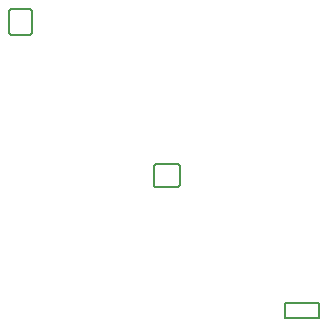
<source format=gbo>
G75*
G70*
%OFA0B0*%
%FSLAX24Y24*%
%IPPOS*%
%LPD*%
%AMOC8*
5,1,8,0,0,1.08239X$1,22.5*
%
%ADD10C,0.0060*%
D10*
X021467Y014330D02*
X021467Y014920D01*
X021466Y014920D02*
X021470Y014939D01*
X021476Y014956D01*
X021486Y014973D01*
X021498Y014987D01*
X021513Y014999D01*
X021529Y015009D01*
X021547Y015015D01*
X021566Y015019D01*
X021585Y015019D01*
X022215Y015019D01*
X022234Y015019D01*
X022253Y015015D01*
X022271Y015009D01*
X022287Y014999D01*
X022302Y014987D01*
X022314Y014973D01*
X022324Y014956D01*
X022330Y014939D01*
X022334Y014920D01*
X022333Y014920D02*
X022333Y014330D01*
X022334Y014329D02*
X022330Y014311D01*
X022324Y014293D01*
X022314Y014276D01*
X022302Y014262D01*
X022287Y014249D01*
X022271Y014240D01*
X022253Y014234D01*
X022234Y014230D01*
X022215Y014230D01*
X022215Y014231D02*
X021585Y014231D01*
X021566Y014231D01*
X021547Y014235D01*
X021529Y014241D01*
X021513Y014251D01*
X021498Y014263D01*
X021486Y014277D01*
X021476Y014294D01*
X021470Y014311D01*
X021466Y014330D01*
X025840Y010385D02*
X026960Y010385D01*
X026960Y009865D01*
X025840Y009865D01*
X025840Y010385D01*
X017320Y019317D02*
X016730Y019317D01*
X016729Y019316D02*
X016711Y019320D01*
X016693Y019326D01*
X016676Y019336D01*
X016662Y019348D01*
X016649Y019363D01*
X016640Y019379D01*
X016634Y019397D01*
X016630Y019416D01*
X016630Y019435D01*
X016631Y019435D02*
X016631Y020065D01*
X016631Y020084D01*
X016635Y020103D01*
X016641Y020121D01*
X016651Y020137D01*
X016663Y020152D01*
X016677Y020164D01*
X016694Y020174D01*
X016711Y020180D01*
X016730Y020184D01*
X016730Y020183D02*
X017320Y020183D01*
X017320Y020184D02*
X017339Y020180D01*
X017356Y020174D01*
X017373Y020164D01*
X017387Y020152D01*
X017399Y020137D01*
X017409Y020121D01*
X017415Y020103D01*
X017419Y020084D01*
X017419Y020065D01*
X017419Y019435D01*
X017419Y019416D01*
X017415Y019397D01*
X017409Y019379D01*
X017399Y019363D01*
X017387Y019348D01*
X017373Y019336D01*
X017356Y019326D01*
X017339Y019320D01*
X017320Y019316D01*
M02*

</source>
